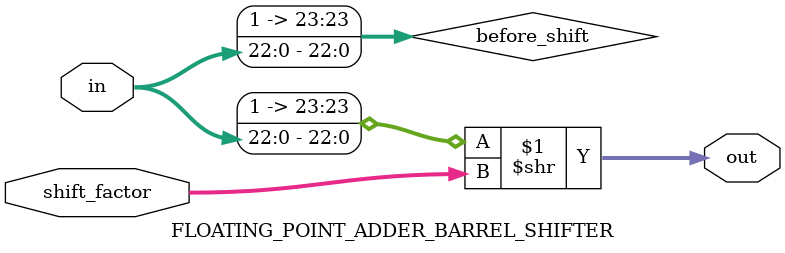
<source format=v>

`timescale 1ns/1ps

module FLOATING_POINT_ADDER_BARREL_SHIFTER(out, in, shift_factor);
	input[22:0] in;
	input[7:0] shift_factor;
	output[23:0] out;

	wire[23:0] before_shift;

	assign before_shift = {1'b1, in[22:0]};
	assign out = before_shift >> shift_factor;
endmodule

</source>
